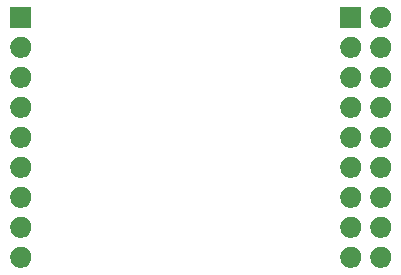
<source format=gbr>
G04 #@! TF.GenerationSoftware,KiCad,Pcbnew,5.1.5+dfsg1-2build2*
G04 #@! TF.CreationDate,2021-10-04T21:53:14-05:00*
G04 #@! TF.ProjectId,SA818_DIL,53413831-385f-4444-994c-2e6b69636164,rev?*
G04 #@! TF.SameCoordinates,Original*
G04 #@! TF.FileFunction,Soldermask,Bot*
G04 #@! TF.FilePolarity,Negative*
%FSLAX46Y46*%
G04 Gerber Fmt 4.6, Leading zero omitted, Abs format (unit mm)*
G04 Created by KiCad (PCBNEW 5.1.5+dfsg1-2build2) date 2021-10-04 21:53:14*
%MOMM*%
%LPD*%
G04 APERTURE LIST*
%ADD10C,0.100000*%
G04 APERTURE END LIST*
D10*
G36*
X102094512Y-133393927D02*
G01*
X102243812Y-133423624D01*
X102407784Y-133491544D01*
X102555354Y-133590147D01*
X102680853Y-133715646D01*
X102779456Y-133863216D01*
X102847376Y-134027188D01*
X102882000Y-134201259D01*
X102882000Y-134378741D01*
X102847376Y-134552812D01*
X102779456Y-134716784D01*
X102680853Y-134864354D01*
X102555354Y-134989853D01*
X102407784Y-135088456D01*
X102243812Y-135156376D01*
X102094512Y-135186073D01*
X102069742Y-135191000D01*
X101892258Y-135191000D01*
X101867488Y-135186073D01*
X101718188Y-135156376D01*
X101554216Y-135088456D01*
X101406646Y-134989853D01*
X101281147Y-134864354D01*
X101182544Y-134716784D01*
X101114624Y-134552812D01*
X101080000Y-134378741D01*
X101080000Y-134201259D01*
X101114624Y-134027188D01*
X101182544Y-133863216D01*
X101281147Y-133715646D01*
X101406646Y-133590147D01*
X101554216Y-133491544D01*
X101718188Y-133423624D01*
X101867488Y-133393927D01*
X101892258Y-133389000D01*
X102069742Y-133389000D01*
X102094512Y-133393927D01*
G37*
G36*
X132574512Y-133393927D02*
G01*
X132723812Y-133423624D01*
X132887784Y-133491544D01*
X133035354Y-133590147D01*
X133160853Y-133715646D01*
X133259456Y-133863216D01*
X133327376Y-134027188D01*
X133362000Y-134201259D01*
X133362000Y-134378741D01*
X133327376Y-134552812D01*
X133259456Y-134716784D01*
X133160853Y-134864354D01*
X133035354Y-134989853D01*
X132887784Y-135088456D01*
X132723812Y-135156376D01*
X132574512Y-135186073D01*
X132549742Y-135191000D01*
X132372258Y-135191000D01*
X132347488Y-135186073D01*
X132198188Y-135156376D01*
X132034216Y-135088456D01*
X131886646Y-134989853D01*
X131761147Y-134864354D01*
X131662544Y-134716784D01*
X131594624Y-134552812D01*
X131560000Y-134378741D01*
X131560000Y-134201259D01*
X131594624Y-134027188D01*
X131662544Y-133863216D01*
X131761147Y-133715646D01*
X131886646Y-133590147D01*
X132034216Y-133491544D01*
X132198188Y-133423624D01*
X132347488Y-133393927D01*
X132372258Y-133389000D01*
X132549742Y-133389000D01*
X132574512Y-133393927D01*
G37*
G36*
X130034512Y-133393927D02*
G01*
X130183812Y-133423624D01*
X130347784Y-133491544D01*
X130495354Y-133590147D01*
X130620853Y-133715646D01*
X130719456Y-133863216D01*
X130787376Y-134027188D01*
X130822000Y-134201259D01*
X130822000Y-134378741D01*
X130787376Y-134552812D01*
X130719456Y-134716784D01*
X130620853Y-134864354D01*
X130495354Y-134989853D01*
X130347784Y-135088456D01*
X130183812Y-135156376D01*
X130034512Y-135186073D01*
X130009742Y-135191000D01*
X129832258Y-135191000D01*
X129807488Y-135186073D01*
X129658188Y-135156376D01*
X129494216Y-135088456D01*
X129346646Y-134989853D01*
X129221147Y-134864354D01*
X129122544Y-134716784D01*
X129054624Y-134552812D01*
X129020000Y-134378741D01*
X129020000Y-134201259D01*
X129054624Y-134027188D01*
X129122544Y-133863216D01*
X129221147Y-133715646D01*
X129346646Y-133590147D01*
X129494216Y-133491544D01*
X129658188Y-133423624D01*
X129807488Y-133393927D01*
X129832258Y-133389000D01*
X130009742Y-133389000D01*
X130034512Y-133393927D01*
G37*
G36*
X102094512Y-130853927D02*
G01*
X102243812Y-130883624D01*
X102407784Y-130951544D01*
X102555354Y-131050147D01*
X102680853Y-131175646D01*
X102779456Y-131323216D01*
X102847376Y-131487188D01*
X102882000Y-131661259D01*
X102882000Y-131838741D01*
X102847376Y-132012812D01*
X102779456Y-132176784D01*
X102680853Y-132324354D01*
X102555354Y-132449853D01*
X102407784Y-132548456D01*
X102243812Y-132616376D01*
X102094512Y-132646073D01*
X102069742Y-132651000D01*
X101892258Y-132651000D01*
X101867488Y-132646073D01*
X101718188Y-132616376D01*
X101554216Y-132548456D01*
X101406646Y-132449853D01*
X101281147Y-132324354D01*
X101182544Y-132176784D01*
X101114624Y-132012812D01*
X101080000Y-131838741D01*
X101080000Y-131661259D01*
X101114624Y-131487188D01*
X101182544Y-131323216D01*
X101281147Y-131175646D01*
X101406646Y-131050147D01*
X101554216Y-130951544D01*
X101718188Y-130883624D01*
X101867488Y-130853927D01*
X101892258Y-130849000D01*
X102069742Y-130849000D01*
X102094512Y-130853927D01*
G37*
G36*
X130034512Y-130853927D02*
G01*
X130183812Y-130883624D01*
X130347784Y-130951544D01*
X130495354Y-131050147D01*
X130620853Y-131175646D01*
X130719456Y-131323216D01*
X130787376Y-131487188D01*
X130822000Y-131661259D01*
X130822000Y-131838741D01*
X130787376Y-132012812D01*
X130719456Y-132176784D01*
X130620853Y-132324354D01*
X130495354Y-132449853D01*
X130347784Y-132548456D01*
X130183812Y-132616376D01*
X130034512Y-132646073D01*
X130009742Y-132651000D01*
X129832258Y-132651000D01*
X129807488Y-132646073D01*
X129658188Y-132616376D01*
X129494216Y-132548456D01*
X129346646Y-132449853D01*
X129221147Y-132324354D01*
X129122544Y-132176784D01*
X129054624Y-132012812D01*
X129020000Y-131838741D01*
X129020000Y-131661259D01*
X129054624Y-131487188D01*
X129122544Y-131323216D01*
X129221147Y-131175646D01*
X129346646Y-131050147D01*
X129494216Y-130951544D01*
X129658188Y-130883624D01*
X129807488Y-130853927D01*
X129832258Y-130849000D01*
X130009742Y-130849000D01*
X130034512Y-130853927D01*
G37*
G36*
X132574512Y-130853927D02*
G01*
X132723812Y-130883624D01*
X132887784Y-130951544D01*
X133035354Y-131050147D01*
X133160853Y-131175646D01*
X133259456Y-131323216D01*
X133327376Y-131487188D01*
X133362000Y-131661259D01*
X133362000Y-131838741D01*
X133327376Y-132012812D01*
X133259456Y-132176784D01*
X133160853Y-132324354D01*
X133035354Y-132449853D01*
X132887784Y-132548456D01*
X132723812Y-132616376D01*
X132574512Y-132646073D01*
X132549742Y-132651000D01*
X132372258Y-132651000D01*
X132347488Y-132646073D01*
X132198188Y-132616376D01*
X132034216Y-132548456D01*
X131886646Y-132449853D01*
X131761147Y-132324354D01*
X131662544Y-132176784D01*
X131594624Y-132012812D01*
X131560000Y-131838741D01*
X131560000Y-131661259D01*
X131594624Y-131487188D01*
X131662544Y-131323216D01*
X131761147Y-131175646D01*
X131886646Y-131050147D01*
X132034216Y-130951544D01*
X132198188Y-130883624D01*
X132347488Y-130853927D01*
X132372258Y-130849000D01*
X132549742Y-130849000D01*
X132574512Y-130853927D01*
G37*
G36*
X102094512Y-128313927D02*
G01*
X102243812Y-128343624D01*
X102407784Y-128411544D01*
X102555354Y-128510147D01*
X102680853Y-128635646D01*
X102779456Y-128783216D01*
X102847376Y-128947188D01*
X102882000Y-129121259D01*
X102882000Y-129298741D01*
X102847376Y-129472812D01*
X102779456Y-129636784D01*
X102680853Y-129784354D01*
X102555354Y-129909853D01*
X102407784Y-130008456D01*
X102243812Y-130076376D01*
X102094512Y-130106073D01*
X102069742Y-130111000D01*
X101892258Y-130111000D01*
X101867488Y-130106073D01*
X101718188Y-130076376D01*
X101554216Y-130008456D01*
X101406646Y-129909853D01*
X101281147Y-129784354D01*
X101182544Y-129636784D01*
X101114624Y-129472812D01*
X101080000Y-129298741D01*
X101080000Y-129121259D01*
X101114624Y-128947188D01*
X101182544Y-128783216D01*
X101281147Y-128635646D01*
X101406646Y-128510147D01*
X101554216Y-128411544D01*
X101718188Y-128343624D01*
X101867488Y-128313927D01*
X101892258Y-128309000D01*
X102069742Y-128309000D01*
X102094512Y-128313927D01*
G37*
G36*
X132574512Y-128313927D02*
G01*
X132723812Y-128343624D01*
X132887784Y-128411544D01*
X133035354Y-128510147D01*
X133160853Y-128635646D01*
X133259456Y-128783216D01*
X133327376Y-128947188D01*
X133362000Y-129121259D01*
X133362000Y-129298741D01*
X133327376Y-129472812D01*
X133259456Y-129636784D01*
X133160853Y-129784354D01*
X133035354Y-129909853D01*
X132887784Y-130008456D01*
X132723812Y-130076376D01*
X132574512Y-130106073D01*
X132549742Y-130111000D01*
X132372258Y-130111000D01*
X132347488Y-130106073D01*
X132198188Y-130076376D01*
X132034216Y-130008456D01*
X131886646Y-129909853D01*
X131761147Y-129784354D01*
X131662544Y-129636784D01*
X131594624Y-129472812D01*
X131560000Y-129298741D01*
X131560000Y-129121259D01*
X131594624Y-128947188D01*
X131662544Y-128783216D01*
X131761147Y-128635646D01*
X131886646Y-128510147D01*
X132034216Y-128411544D01*
X132198188Y-128343624D01*
X132347488Y-128313927D01*
X132372258Y-128309000D01*
X132549742Y-128309000D01*
X132574512Y-128313927D01*
G37*
G36*
X130034512Y-128313927D02*
G01*
X130183812Y-128343624D01*
X130347784Y-128411544D01*
X130495354Y-128510147D01*
X130620853Y-128635646D01*
X130719456Y-128783216D01*
X130787376Y-128947188D01*
X130822000Y-129121259D01*
X130822000Y-129298741D01*
X130787376Y-129472812D01*
X130719456Y-129636784D01*
X130620853Y-129784354D01*
X130495354Y-129909853D01*
X130347784Y-130008456D01*
X130183812Y-130076376D01*
X130034512Y-130106073D01*
X130009742Y-130111000D01*
X129832258Y-130111000D01*
X129807488Y-130106073D01*
X129658188Y-130076376D01*
X129494216Y-130008456D01*
X129346646Y-129909853D01*
X129221147Y-129784354D01*
X129122544Y-129636784D01*
X129054624Y-129472812D01*
X129020000Y-129298741D01*
X129020000Y-129121259D01*
X129054624Y-128947188D01*
X129122544Y-128783216D01*
X129221147Y-128635646D01*
X129346646Y-128510147D01*
X129494216Y-128411544D01*
X129658188Y-128343624D01*
X129807488Y-128313927D01*
X129832258Y-128309000D01*
X130009742Y-128309000D01*
X130034512Y-128313927D01*
G37*
G36*
X102094512Y-125773927D02*
G01*
X102243812Y-125803624D01*
X102407784Y-125871544D01*
X102555354Y-125970147D01*
X102680853Y-126095646D01*
X102779456Y-126243216D01*
X102847376Y-126407188D01*
X102882000Y-126581259D01*
X102882000Y-126758741D01*
X102847376Y-126932812D01*
X102779456Y-127096784D01*
X102680853Y-127244354D01*
X102555354Y-127369853D01*
X102407784Y-127468456D01*
X102243812Y-127536376D01*
X102094512Y-127566073D01*
X102069742Y-127571000D01*
X101892258Y-127571000D01*
X101867488Y-127566073D01*
X101718188Y-127536376D01*
X101554216Y-127468456D01*
X101406646Y-127369853D01*
X101281147Y-127244354D01*
X101182544Y-127096784D01*
X101114624Y-126932812D01*
X101080000Y-126758741D01*
X101080000Y-126581259D01*
X101114624Y-126407188D01*
X101182544Y-126243216D01*
X101281147Y-126095646D01*
X101406646Y-125970147D01*
X101554216Y-125871544D01*
X101718188Y-125803624D01*
X101867488Y-125773927D01*
X101892258Y-125769000D01*
X102069742Y-125769000D01*
X102094512Y-125773927D01*
G37*
G36*
X130034512Y-125773927D02*
G01*
X130183812Y-125803624D01*
X130347784Y-125871544D01*
X130495354Y-125970147D01*
X130620853Y-126095646D01*
X130719456Y-126243216D01*
X130787376Y-126407188D01*
X130822000Y-126581259D01*
X130822000Y-126758741D01*
X130787376Y-126932812D01*
X130719456Y-127096784D01*
X130620853Y-127244354D01*
X130495354Y-127369853D01*
X130347784Y-127468456D01*
X130183812Y-127536376D01*
X130034512Y-127566073D01*
X130009742Y-127571000D01*
X129832258Y-127571000D01*
X129807488Y-127566073D01*
X129658188Y-127536376D01*
X129494216Y-127468456D01*
X129346646Y-127369853D01*
X129221147Y-127244354D01*
X129122544Y-127096784D01*
X129054624Y-126932812D01*
X129020000Y-126758741D01*
X129020000Y-126581259D01*
X129054624Y-126407188D01*
X129122544Y-126243216D01*
X129221147Y-126095646D01*
X129346646Y-125970147D01*
X129494216Y-125871544D01*
X129658188Y-125803624D01*
X129807488Y-125773927D01*
X129832258Y-125769000D01*
X130009742Y-125769000D01*
X130034512Y-125773927D01*
G37*
G36*
X132574512Y-125773927D02*
G01*
X132723812Y-125803624D01*
X132887784Y-125871544D01*
X133035354Y-125970147D01*
X133160853Y-126095646D01*
X133259456Y-126243216D01*
X133327376Y-126407188D01*
X133362000Y-126581259D01*
X133362000Y-126758741D01*
X133327376Y-126932812D01*
X133259456Y-127096784D01*
X133160853Y-127244354D01*
X133035354Y-127369853D01*
X132887784Y-127468456D01*
X132723812Y-127536376D01*
X132574512Y-127566073D01*
X132549742Y-127571000D01*
X132372258Y-127571000D01*
X132347488Y-127566073D01*
X132198188Y-127536376D01*
X132034216Y-127468456D01*
X131886646Y-127369853D01*
X131761147Y-127244354D01*
X131662544Y-127096784D01*
X131594624Y-126932812D01*
X131560000Y-126758741D01*
X131560000Y-126581259D01*
X131594624Y-126407188D01*
X131662544Y-126243216D01*
X131761147Y-126095646D01*
X131886646Y-125970147D01*
X132034216Y-125871544D01*
X132198188Y-125803624D01*
X132347488Y-125773927D01*
X132372258Y-125769000D01*
X132549742Y-125769000D01*
X132574512Y-125773927D01*
G37*
G36*
X130034512Y-123233927D02*
G01*
X130183812Y-123263624D01*
X130347784Y-123331544D01*
X130495354Y-123430147D01*
X130620853Y-123555646D01*
X130719456Y-123703216D01*
X130787376Y-123867188D01*
X130822000Y-124041259D01*
X130822000Y-124218741D01*
X130787376Y-124392812D01*
X130719456Y-124556784D01*
X130620853Y-124704354D01*
X130495354Y-124829853D01*
X130347784Y-124928456D01*
X130183812Y-124996376D01*
X130034512Y-125026073D01*
X130009742Y-125031000D01*
X129832258Y-125031000D01*
X129807488Y-125026073D01*
X129658188Y-124996376D01*
X129494216Y-124928456D01*
X129346646Y-124829853D01*
X129221147Y-124704354D01*
X129122544Y-124556784D01*
X129054624Y-124392812D01*
X129020000Y-124218741D01*
X129020000Y-124041259D01*
X129054624Y-123867188D01*
X129122544Y-123703216D01*
X129221147Y-123555646D01*
X129346646Y-123430147D01*
X129494216Y-123331544D01*
X129658188Y-123263624D01*
X129807488Y-123233927D01*
X129832258Y-123229000D01*
X130009742Y-123229000D01*
X130034512Y-123233927D01*
G37*
G36*
X102094512Y-123233927D02*
G01*
X102243812Y-123263624D01*
X102407784Y-123331544D01*
X102555354Y-123430147D01*
X102680853Y-123555646D01*
X102779456Y-123703216D01*
X102847376Y-123867188D01*
X102882000Y-124041259D01*
X102882000Y-124218741D01*
X102847376Y-124392812D01*
X102779456Y-124556784D01*
X102680853Y-124704354D01*
X102555354Y-124829853D01*
X102407784Y-124928456D01*
X102243812Y-124996376D01*
X102094512Y-125026073D01*
X102069742Y-125031000D01*
X101892258Y-125031000D01*
X101867488Y-125026073D01*
X101718188Y-124996376D01*
X101554216Y-124928456D01*
X101406646Y-124829853D01*
X101281147Y-124704354D01*
X101182544Y-124556784D01*
X101114624Y-124392812D01*
X101080000Y-124218741D01*
X101080000Y-124041259D01*
X101114624Y-123867188D01*
X101182544Y-123703216D01*
X101281147Y-123555646D01*
X101406646Y-123430147D01*
X101554216Y-123331544D01*
X101718188Y-123263624D01*
X101867488Y-123233927D01*
X101892258Y-123229000D01*
X102069742Y-123229000D01*
X102094512Y-123233927D01*
G37*
G36*
X132574512Y-123233927D02*
G01*
X132723812Y-123263624D01*
X132887784Y-123331544D01*
X133035354Y-123430147D01*
X133160853Y-123555646D01*
X133259456Y-123703216D01*
X133327376Y-123867188D01*
X133362000Y-124041259D01*
X133362000Y-124218741D01*
X133327376Y-124392812D01*
X133259456Y-124556784D01*
X133160853Y-124704354D01*
X133035354Y-124829853D01*
X132887784Y-124928456D01*
X132723812Y-124996376D01*
X132574512Y-125026073D01*
X132549742Y-125031000D01*
X132372258Y-125031000D01*
X132347488Y-125026073D01*
X132198188Y-124996376D01*
X132034216Y-124928456D01*
X131886646Y-124829853D01*
X131761147Y-124704354D01*
X131662544Y-124556784D01*
X131594624Y-124392812D01*
X131560000Y-124218741D01*
X131560000Y-124041259D01*
X131594624Y-123867188D01*
X131662544Y-123703216D01*
X131761147Y-123555646D01*
X131886646Y-123430147D01*
X132034216Y-123331544D01*
X132198188Y-123263624D01*
X132347488Y-123233927D01*
X132372258Y-123229000D01*
X132549742Y-123229000D01*
X132574512Y-123233927D01*
G37*
G36*
X132574512Y-120693927D02*
G01*
X132723812Y-120723624D01*
X132887784Y-120791544D01*
X133035354Y-120890147D01*
X133160853Y-121015646D01*
X133259456Y-121163216D01*
X133327376Y-121327188D01*
X133362000Y-121501259D01*
X133362000Y-121678741D01*
X133327376Y-121852812D01*
X133259456Y-122016784D01*
X133160853Y-122164354D01*
X133035354Y-122289853D01*
X132887784Y-122388456D01*
X132723812Y-122456376D01*
X132574512Y-122486073D01*
X132549742Y-122491000D01*
X132372258Y-122491000D01*
X132347488Y-122486073D01*
X132198188Y-122456376D01*
X132034216Y-122388456D01*
X131886646Y-122289853D01*
X131761147Y-122164354D01*
X131662544Y-122016784D01*
X131594624Y-121852812D01*
X131560000Y-121678741D01*
X131560000Y-121501259D01*
X131594624Y-121327188D01*
X131662544Y-121163216D01*
X131761147Y-121015646D01*
X131886646Y-120890147D01*
X132034216Y-120791544D01*
X132198188Y-120723624D01*
X132347488Y-120693927D01*
X132372258Y-120689000D01*
X132549742Y-120689000D01*
X132574512Y-120693927D01*
G37*
G36*
X130034512Y-120693927D02*
G01*
X130183812Y-120723624D01*
X130347784Y-120791544D01*
X130495354Y-120890147D01*
X130620853Y-121015646D01*
X130719456Y-121163216D01*
X130787376Y-121327188D01*
X130822000Y-121501259D01*
X130822000Y-121678741D01*
X130787376Y-121852812D01*
X130719456Y-122016784D01*
X130620853Y-122164354D01*
X130495354Y-122289853D01*
X130347784Y-122388456D01*
X130183812Y-122456376D01*
X130034512Y-122486073D01*
X130009742Y-122491000D01*
X129832258Y-122491000D01*
X129807488Y-122486073D01*
X129658188Y-122456376D01*
X129494216Y-122388456D01*
X129346646Y-122289853D01*
X129221147Y-122164354D01*
X129122544Y-122016784D01*
X129054624Y-121852812D01*
X129020000Y-121678741D01*
X129020000Y-121501259D01*
X129054624Y-121327188D01*
X129122544Y-121163216D01*
X129221147Y-121015646D01*
X129346646Y-120890147D01*
X129494216Y-120791544D01*
X129658188Y-120723624D01*
X129807488Y-120693927D01*
X129832258Y-120689000D01*
X130009742Y-120689000D01*
X130034512Y-120693927D01*
G37*
G36*
X102094512Y-120693927D02*
G01*
X102243812Y-120723624D01*
X102407784Y-120791544D01*
X102555354Y-120890147D01*
X102680853Y-121015646D01*
X102779456Y-121163216D01*
X102847376Y-121327188D01*
X102882000Y-121501259D01*
X102882000Y-121678741D01*
X102847376Y-121852812D01*
X102779456Y-122016784D01*
X102680853Y-122164354D01*
X102555354Y-122289853D01*
X102407784Y-122388456D01*
X102243812Y-122456376D01*
X102094512Y-122486073D01*
X102069742Y-122491000D01*
X101892258Y-122491000D01*
X101867488Y-122486073D01*
X101718188Y-122456376D01*
X101554216Y-122388456D01*
X101406646Y-122289853D01*
X101281147Y-122164354D01*
X101182544Y-122016784D01*
X101114624Y-121852812D01*
X101080000Y-121678741D01*
X101080000Y-121501259D01*
X101114624Y-121327188D01*
X101182544Y-121163216D01*
X101281147Y-121015646D01*
X101406646Y-120890147D01*
X101554216Y-120791544D01*
X101718188Y-120723624D01*
X101867488Y-120693927D01*
X101892258Y-120689000D01*
X102069742Y-120689000D01*
X102094512Y-120693927D01*
G37*
G36*
X132574512Y-118153927D02*
G01*
X132723812Y-118183624D01*
X132887784Y-118251544D01*
X133035354Y-118350147D01*
X133160853Y-118475646D01*
X133259456Y-118623216D01*
X133327376Y-118787188D01*
X133362000Y-118961259D01*
X133362000Y-119138741D01*
X133327376Y-119312812D01*
X133259456Y-119476784D01*
X133160853Y-119624354D01*
X133035354Y-119749853D01*
X132887784Y-119848456D01*
X132723812Y-119916376D01*
X132574512Y-119946073D01*
X132549742Y-119951000D01*
X132372258Y-119951000D01*
X132347488Y-119946073D01*
X132198188Y-119916376D01*
X132034216Y-119848456D01*
X131886646Y-119749853D01*
X131761147Y-119624354D01*
X131662544Y-119476784D01*
X131594624Y-119312812D01*
X131560000Y-119138741D01*
X131560000Y-118961259D01*
X131594624Y-118787188D01*
X131662544Y-118623216D01*
X131761147Y-118475646D01*
X131886646Y-118350147D01*
X132034216Y-118251544D01*
X132198188Y-118183624D01*
X132347488Y-118153927D01*
X132372258Y-118149000D01*
X132549742Y-118149000D01*
X132574512Y-118153927D01*
G37*
G36*
X102094512Y-118153927D02*
G01*
X102243812Y-118183624D01*
X102407784Y-118251544D01*
X102555354Y-118350147D01*
X102680853Y-118475646D01*
X102779456Y-118623216D01*
X102847376Y-118787188D01*
X102882000Y-118961259D01*
X102882000Y-119138741D01*
X102847376Y-119312812D01*
X102779456Y-119476784D01*
X102680853Y-119624354D01*
X102555354Y-119749853D01*
X102407784Y-119848456D01*
X102243812Y-119916376D01*
X102094512Y-119946073D01*
X102069742Y-119951000D01*
X101892258Y-119951000D01*
X101867488Y-119946073D01*
X101718188Y-119916376D01*
X101554216Y-119848456D01*
X101406646Y-119749853D01*
X101281147Y-119624354D01*
X101182544Y-119476784D01*
X101114624Y-119312812D01*
X101080000Y-119138741D01*
X101080000Y-118961259D01*
X101114624Y-118787188D01*
X101182544Y-118623216D01*
X101281147Y-118475646D01*
X101406646Y-118350147D01*
X101554216Y-118251544D01*
X101718188Y-118183624D01*
X101867488Y-118153927D01*
X101892258Y-118149000D01*
X102069742Y-118149000D01*
X102094512Y-118153927D01*
G37*
G36*
X130034512Y-118153927D02*
G01*
X130183812Y-118183624D01*
X130347784Y-118251544D01*
X130495354Y-118350147D01*
X130620853Y-118475646D01*
X130719456Y-118623216D01*
X130787376Y-118787188D01*
X130822000Y-118961259D01*
X130822000Y-119138741D01*
X130787376Y-119312812D01*
X130719456Y-119476784D01*
X130620853Y-119624354D01*
X130495354Y-119749853D01*
X130347784Y-119848456D01*
X130183812Y-119916376D01*
X130034512Y-119946073D01*
X130009742Y-119951000D01*
X129832258Y-119951000D01*
X129807488Y-119946073D01*
X129658188Y-119916376D01*
X129494216Y-119848456D01*
X129346646Y-119749853D01*
X129221147Y-119624354D01*
X129122544Y-119476784D01*
X129054624Y-119312812D01*
X129020000Y-119138741D01*
X129020000Y-118961259D01*
X129054624Y-118787188D01*
X129122544Y-118623216D01*
X129221147Y-118475646D01*
X129346646Y-118350147D01*
X129494216Y-118251544D01*
X129658188Y-118183624D01*
X129807488Y-118153927D01*
X129832258Y-118149000D01*
X130009742Y-118149000D01*
X130034512Y-118153927D01*
G37*
G36*
X132574512Y-115613927D02*
G01*
X132723812Y-115643624D01*
X132887784Y-115711544D01*
X133035354Y-115810147D01*
X133160853Y-115935646D01*
X133259456Y-116083216D01*
X133327376Y-116247188D01*
X133362000Y-116421259D01*
X133362000Y-116598741D01*
X133327376Y-116772812D01*
X133259456Y-116936784D01*
X133160853Y-117084354D01*
X133035354Y-117209853D01*
X132887784Y-117308456D01*
X132723812Y-117376376D01*
X132574512Y-117406073D01*
X132549742Y-117411000D01*
X132372258Y-117411000D01*
X132347488Y-117406073D01*
X132198188Y-117376376D01*
X132034216Y-117308456D01*
X131886646Y-117209853D01*
X131761147Y-117084354D01*
X131662544Y-116936784D01*
X131594624Y-116772812D01*
X131560000Y-116598741D01*
X131560000Y-116421259D01*
X131594624Y-116247188D01*
X131662544Y-116083216D01*
X131761147Y-115935646D01*
X131886646Y-115810147D01*
X132034216Y-115711544D01*
X132198188Y-115643624D01*
X132347488Y-115613927D01*
X132372258Y-115609000D01*
X132549742Y-115609000D01*
X132574512Y-115613927D01*
G37*
G36*
X130034512Y-115613927D02*
G01*
X130183812Y-115643624D01*
X130347784Y-115711544D01*
X130495354Y-115810147D01*
X130620853Y-115935646D01*
X130719456Y-116083216D01*
X130787376Y-116247188D01*
X130822000Y-116421259D01*
X130822000Y-116598741D01*
X130787376Y-116772812D01*
X130719456Y-116936784D01*
X130620853Y-117084354D01*
X130495354Y-117209853D01*
X130347784Y-117308456D01*
X130183812Y-117376376D01*
X130034512Y-117406073D01*
X130009742Y-117411000D01*
X129832258Y-117411000D01*
X129807488Y-117406073D01*
X129658188Y-117376376D01*
X129494216Y-117308456D01*
X129346646Y-117209853D01*
X129221147Y-117084354D01*
X129122544Y-116936784D01*
X129054624Y-116772812D01*
X129020000Y-116598741D01*
X129020000Y-116421259D01*
X129054624Y-116247188D01*
X129122544Y-116083216D01*
X129221147Y-115935646D01*
X129346646Y-115810147D01*
X129494216Y-115711544D01*
X129658188Y-115643624D01*
X129807488Y-115613927D01*
X129832258Y-115609000D01*
X130009742Y-115609000D01*
X130034512Y-115613927D01*
G37*
G36*
X102094512Y-115613927D02*
G01*
X102243812Y-115643624D01*
X102407784Y-115711544D01*
X102555354Y-115810147D01*
X102680853Y-115935646D01*
X102779456Y-116083216D01*
X102847376Y-116247188D01*
X102882000Y-116421259D01*
X102882000Y-116598741D01*
X102847376Y-116772812D01*
X102779456Y-116936784D01*
X102680853Y-117084354D01*
X102555354Y-117209853D01*
X102407784Y-117308456D01*
X102243812Y-117376376D01*
X102094512Y-117406073D01*
X102069742Y-117411000D01*
X101892258Y-117411000D01*
X101867488Y-117406073D01*
X101718188Y-117376376D01*
X101554216Y-117308456D01*
X101406646Y-117209853D01*
X101281147Y-117084354D01*
X101182544Y-116936784D01*
X101114624Y-116772812D01*
X101080000Y-116598741D01*
X101080000Y-116421259D01*
X101114624Y-116247188D01*
X101182544Y-116083216D01*
X101281147Y-115935646D01*
X101406646Y-115810147D01*
X101554216Y-115711544D01*
X101718188Y-115643624D01*
X101867488Y-115613927D01*
X101892258Y-115609000D01*
X102069742Y-115609000D01*
X102094512Y-115613927D01*
G37*
G36*
X102882000Y-114871000D02*
G01*
X101080000Y-114871000D01*
X101080000Y-113069000D01*
X102882000Y-113069000D01*
X102882000Y-114871000D01*
G37*
G36*
X130822000Y-114871000D02*
G01*
X129020000Y-114871000D01*
X129020000Y-113069000D01*
X130822000Y-113069000D01*
X130822000Y-114871000D01*
G37*
G36*
X132574512Y-113073927D02*
G01*
X132723812Y-113103624D01*
X132887784Y-113171544D01*
X133035354Y-113270147D01*
X133160853Y-113395646D01*
X133259456Y-113543216D01*
X133327376Y-113707188D01*
X133362000Y-113881259D01*
X133362000Y-114058741D01*
X133327376Y-114232812D01*
X133259456Y-114396784D01*
X133160853Y-114544354D01*
X133035354Y-114669853D01*
X132887784Y-114768456D01*
X132723812Y-114836376D01*
X132574512Y-114866073D01*
X132549742Y-114871000D01*
X132372258Y-114871000D01*
X132347488Y-114866073D01*
X132198188Y-114836376D01*
X132034216Y-114768456D01*
X131886646Y-114669853D01*
X131761147Y-114544354D01*
X131662544Y-114396784D01*
X131594624Y-114232812D01*
X131560000Y-114058741D01*
X131560000Y-113881259D01*
X131594624Y-113707188D01*
X131662544Y-113543216D01*
X131761147Y-113395646D01*
X131886646Y-113270147D01*
X132034216Y-113171544D01*
X132198188Y-113103624D01*
X132347488Y-113073927D01*
X132372258Y-113069000D01*
X132549742Y-113069000D01*
X132574512Y-113073927D01*
G37*
M02*

</source>
